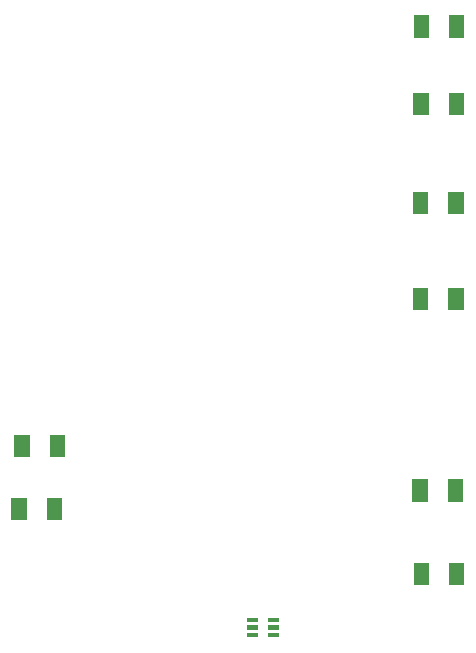
<source format=gbr>
G04 start of page 10 for group -4014 idx -4014 *
G04 Title: (unknown), bottompaste *
G04 Creator: pcb 20110918 *
G04 CreationDate: Mon 05 May 2014 07:23:22 AM GMT UTC *
G04 For: john *
G04 Format: Gerber/RS-274X *
G04 PCB-Dimensions: 295500 350000 *
G04 PCB-Coordinate-Origin: lower left *
%MOIN*%
%FSLAX25Y25*%
%LNBOTTOMPASTE*%
%ADD82R,0.0150X0.0150*%
%ADD81R,0.0512X0.0512*%
G54D81*X117190Y86181D02*Y83819D01*
X129000Y86181D02*Y83819D01*
X128000Y65181D02*Y62819D01*
X116190Y65181D02*Y62819D01*
X261905Y135181D02*Y132819D01*
X250095Y135181D02*Y132819D01*
X262000Y200181D02*Y197819D01*
X250190Y200181D02*Y197819D01*
X261905Y167181D02*Y164819D01*
X250095Y167181D02*Y164819D01*
G54D82*X193000Y21900D02*X195000D01*
X193000Y24500D02*X195000D01*
X193000Y27000D02*X195000D01*
X200000D02*X202000D01*
X200000Y24500D02*X202000D01*
X200000Y21900D02*X202000D01*
G54D81*X262105Y225981D02*Y223619D01*
X250295Y225981D02*Y223619D01*
X261642Y71345D02*Y68983D01*
X249832Y71345D02*Y68983D01*
X262103Y43514D02*Y41152D01*
X250293Y43514D02*Y41152D01*
M02*

</source>
